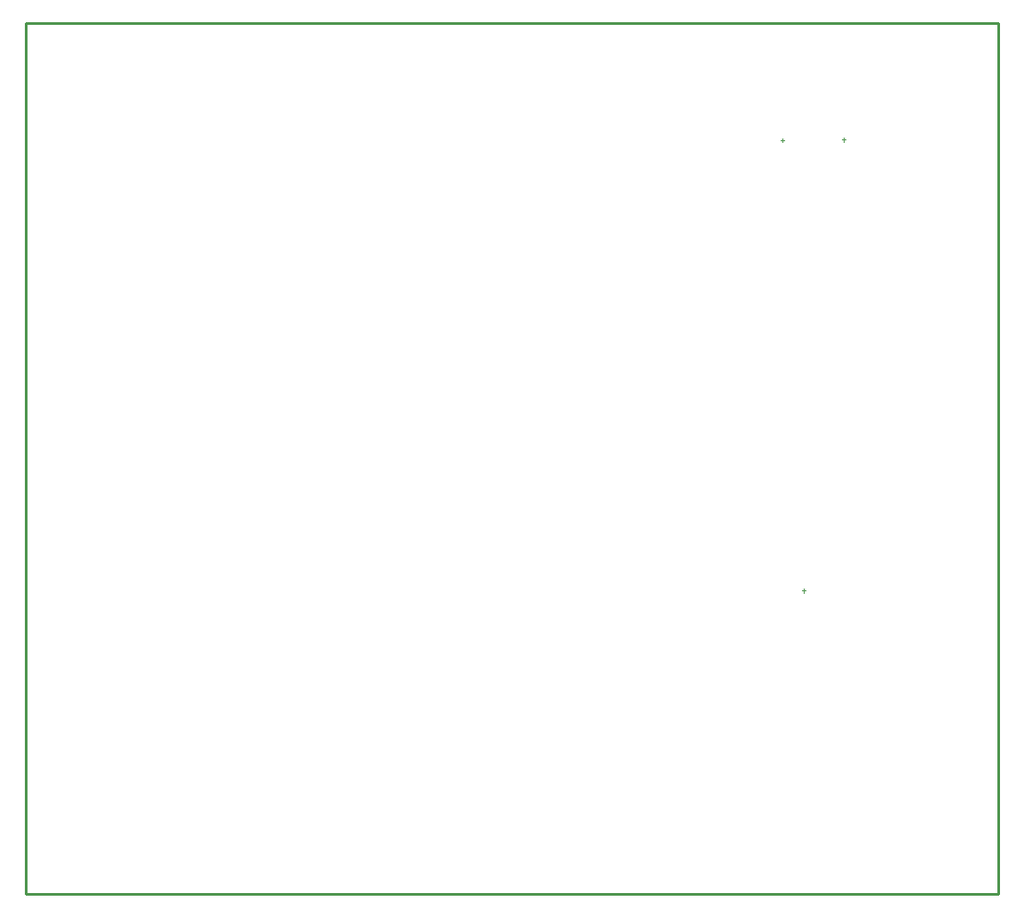
<source format=gm1>
G04*
G04 #@! TF.GenerationSoftware,Altium Limited,Altium Designer,22.1.2 (22)*
G04*
G04 Layer_Color=16711935*
%FSLAX25Y25*%
%MOIN*%
G70*
G04*
G04 #@! TF.SameCoordinates,67B296A2-5763-4B00-A906-6397848AA3EA*
G04*
G04*
G04 #@! TF.FilePolarity,Positive*
G04*
G01*
G75*
%ADD12C,0.01000*%
%ADD55C,0.00394*%
D12*
X105000Y168000D02*
Y495000D01*
Y168000D02*
X470000D01*
X105000Y495000D02*
X470000D01*
Y168000D02*
Y495000D01*
D55*
X411213Y451142D02*
X412787D01*
X412000Y450354D02*
Y451929D01*
X389000Y450213D02*
Y451787D01*
X388213Y451000D02*
X389787D01*
X396213Y281858D02*
X397787D01*
X397000Y281071D02*
Y282646D01*
M02*

</source>
